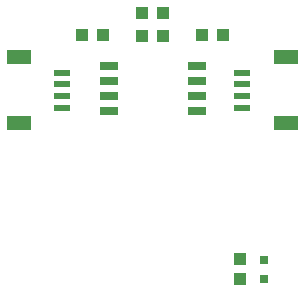
<source format=gtp>
G04 #@! TF.FileFunction,Paste,Top*
%FSLAX46Y46*%
G04 Gerber Fmt 4.6, Leading zero omitted, Abs format (unit mm)*
G04 Created by KiCad (PCBNEW 4.0.6) date 02/21/18 15:14:43*
%MOMM*%
%LPD*%
G01*
G04 APERTURE LIST*
%ADD10C,0.100000*%
%ADD11R,0.800000X0.800000*%
%ADD12R,1.099820X0.998220*%
%ADD13R,2.000000X1.200000*%
%ADD14R,1.350000X0.600000*%
%ADD15R,0.998220X1.099820*%
%ADD16R,1.524000X0.762000*%
G04 APERTURE END LIST*
D10*
D11*
X159308800Y-120078400D03*
X159308800Y-118478400D03*
D12*
X150708360Y-97586800D03*
X149011640Y-97586800D03*
D13*
X161155000Y-106940000D03*
X161155000Y-101340000D03*
D14*
X157480000Y-105640000D03*
X157480000Y-104640000D03*
X157480000Y-103640000D03*
X157480000Y-102640000D03*
D13*
X138565000Y-101340000D03*
X138565000Y-106940000D03*
D14*
X142240000Y-102640000D03*
X142240000Y-103640000D03*
X142240000Y-104640000D03*
X142240000Y-105640000D03*
D12*
X154091640Y-99466400D03*
X155788360Y-99466400D03*
X143931640Y-99466400D03*
X145628360Y-99466400D03*
X149011640Y-99517200D03*
X150708360Y-99517200D03*
D15*
X157276800Y-118379240D03*
X157276800Y-120075960D03*
D16*
X146202400Y-102069900D03*
X146202400Y-103339900D03*
X146202400Y-104609900D03*
X146202400Y-105879900D03*
X153611580Y-105879900D03*
X153611580Y-104609900D03*
X153611580Y-103339900D03*
X153611580Y-102069900D03*
M02*

</source>
